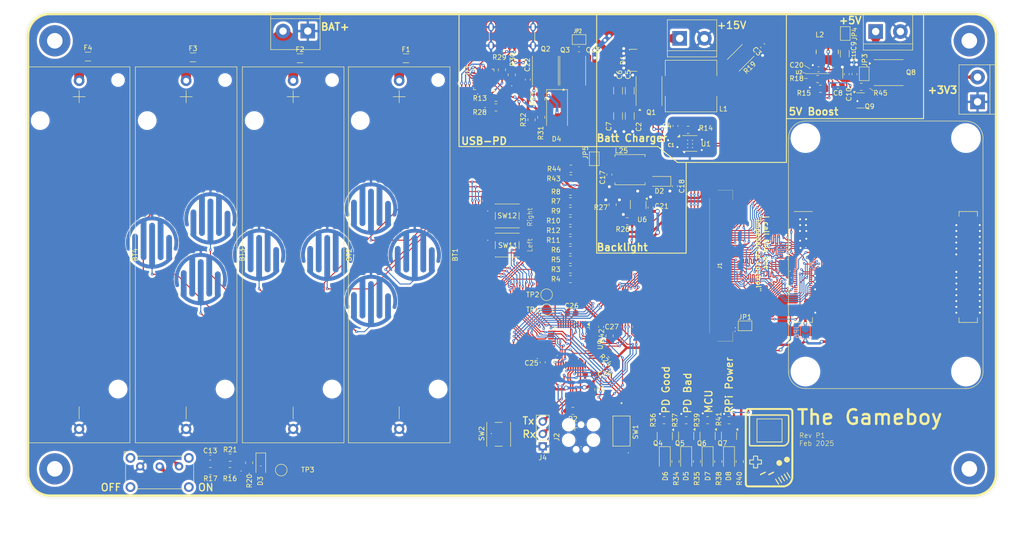
<source format=kicad_pcb>
(kicad_pcb
	(version 20240108)
	(generator "pcbnew")
	(generator_version "8.0")
	(general
		(thickness 1.6)
		(legacy_teardrops no)
	)
	(paper "A4")
	(title_block
		(title "The Gameboy")
		(rev "P1")
	)
	(layers
		(0 "F.Cu" signal)
		(31 "B.Cu" signal)
		(32 "B.Adhes" user "B.Adhesive")
		(33 "F.Adhes" user "F.Adhesive")
		(34 "B.Paste" user)
		(35 "F.Paste" user)
		(36 "B.SilkS" user "B.Silkscreen")
		(37 "F.SilkS" user "F.Silkscreen")
		(38 "B.Mask" user)
		(39 "F.Mask" user)
		(40 "Dwgs.User" user "User.Drawings")
		(41 "Cmts.User" user "User.Comments")
		(42 "Eco1.User" user "User.Eco1")
		(43 "Eco2.User" user "User.Eco2")
		(44 "Edge.Cuts" user)
		(45 "Margin" user)
		(46 "B.CrtYd" user "B.Courtyard")
		(47 "F.CrtYd" user "F.Courtyard")
		(48 "B.Fab" user)
		(49 "F.Fab" user)
		(50 "User.1" user)
		(51 "User.2" user)
		(52 "User.3" user)
		(53 "User.4" user)
		(54 "User.5" user)
		(55 "User.6" user)
		(56 "User.7" user)
		(57 "User.8" user)
		(58 "User.9" user)
	)
	(setup
		(stackup
			(layer "F.SilkS"
				(type "Top Silk Screen")
			)
			(layer "F.Paste"
				(type "Top Solder Paste")
			)
			(layer "F.Mask"
				(type "Top Solder Mask")
				(thickness 0.01)
			)
			(layer "F.Cu"
				(type "copper")
				(thickness 0.035)
			)
			(layer "dielectric 1"
				(type "core")
				(thickness 1.51)
				(material "FR4")
				(epsilon_r 4.5)
				(loss_tangent 0.02)
			)
			(layer "B.Cu"
				(type "copper")
				(thickness 0.035)
			)
			(layer "B.Mask"
				(type "Bottom Solder Mask")
				(thickness 0.01)
			)
			(layer "B.Paste"
				(type "Bottom Solder Paste")
			)
			(layer "B.SilkS"
				(type "Bottom Silk Screen")
			)
			(copper_finish "None")
			(dielectric_constraints no)
		)
		(pad_to_mask_clearance 0)
		(allow_soldermask_bridges_in_footprints yes)
		(aux_axis_origin 50 150)
		(pcbplotparams
			(layerselection 0x00010fc_ffffffff)
			(plot_on_all_layers_selection 0x0000000_00000000)
			(disableapertmacros no)
			(usegerberextensions no)
			(usegerberattributes yes)
			(usegerberadvancedattributes yes)
			(creategerberjobfile yes)
			(dashed_line_dash_ratio 12.000000)
			(dashed_line_gap_ratio 3.000000)
			(svgprecision 4)
			(plotframeref no)
			(viasonmask no)
			(mode 1)
			(useauxorigin no)
			(hpglpennumber 1)
			(hpglpenspeed 20)
			(hpglpendiameter 15.000000)
			(pdf_front_fp_property_popups yes)
			(pdf_back_fp_property_popups yes)
			(dxfpolygonmode yes)
			(dxfimperialunits yes)
			(dxfusepcbnewfont yes)
			(psnegative no)
			(psa4output no)
			(plotreference yes)
			(plotvalue yes)
			(plotfptext yes)
			(plotinvisibletext no)
			(sketchpadsonfab no)
			(subtractmaskfromsilk no)
			(outputformat 1)
			(mirror no)
			(drillshape 1)
			(scaleselection 1)
			(outputdirectory "")
		)
	)
	(net 0 "")
	(net 1 "/Rpi CM4/G1")
	(net 2 "/Rpi CM4/B0")
	(net 3 "/Rpi CM4/R5")
	(net 4 "BAT+")
	(net 5 "/Rpi CM4/VSYNC")
	(net 6 "/Rpi CM4/B3")
	(net 7 "unconnected-(J1-NC-Pad49)")
	(net 8 "unconnected-(J1-NC-Pad47)")
	(net 9 "/Rpi CM4/G0")
	(net 10 "unconnected-(J1-NC-Pad43)")
	(net 11 "/Rpi CM4/G7")
	(net 12 "/Rpi CM4/HSYNC")
	(net 13 "/Rpi CM4/B2")
	(net 14 "USB-PD-V+")
	(net 15 "/Rpi CM4/SPENB")
	(net 16 "/Rpi CM4/R2")
	(net 17 "/Rpi CM4/R0")
	(net 18 "unconnected-(J1-NC-Pad45)")
	(net 19 "unconnected-(J1-NC-Pad50)")
	(net 20 "unconnected-(J1-NC-Pad39)")
	(net 21 "/Rpi CM4/DCLK")
	(net 22 "/Rpi CM4/G2")
	(net 23 "unconnected-(J1-NC-Pad48)")
	(net 24 "/Rpi CM4/R1")
	(net 25 "/Rpi CM4/B7")
	(net 26 "/Rpi CM4/R4")
	(net 27 "/Rpi CM4/B4")
	(net 28 "/Rpi CM4/R6")
	(net 29 "Net-(C4-Pad1)")
	(net 30 "unconnected-(J1-NC-Pad44)")
	(net 31 "/Rpi CM4/G5")
	(net 32 "/Rpi CM4/B5")
	(net 33 "/Rpi CM4/RSTB")
	(net 34 "/Rpi CM4/B1")
	(net 35 "GND")
	(net 36 "/Rpi CM4/G4")
	(net 37 "unconnected-(J1-NC-Pad40)")
	(net 38 "/Rpi CM4/R3")
	(net 39 "unconnected-(J1-NC-Pad46)")
	(net 40 "/Rpi CM4/B6")
	(net 41 "unconnected-(J1-NC-Pad51)")
	(net 42 "Net-(U1-Comp)")
	(net 43 "/Rpi CM4/G6")
	(net 44 "unconnected-(J1-NC-Pad6)")
	(net 45 "/Rpi CM4/R7")
	(net 46 "unconnected-(J1-NC-Pad7)")
	(net 47 "/Rpi CM4/G3")
	(net 48 "/Rpi CM4/DEN")
	(net 49 "unconnected-(J1-NC-Pad5)")
	(net 50 "Net-(J2-SWDIO)")
	(net 51 "Net-(J2-SWCLK)")
	(net 52 "/Rpi CM4/nReset")
	(net 53 "unconnected-(J2-SWO-Pad6)")
	(net 54 "Net-(JP1-B)")
	(net 55 "Net-(U2-SW)")
	(net 56 "Net-(U2-CBST)")
	(net 57 "Net-(JP4-A)")
	(net 58 "Net-(JP3-B)")
	(net 59 "Net-(C13-Pad2)")
	(net 60 "Net-(S1-B)")
	(net 61 "DISP_LED+")
	(net 62 "Net-(D4-A)")
	(net 63 "Net-(Q2-D)")
	(net 64 "Net-(JP2-B)")
	(net 65 "RPI-3V3")
	(net 66 "SYSTEM_EN")
	(net 67 "Net-(D4-K)")
	(net 68 "Net-(D5-A)")
	(net 69 "Net-(D5-K)")
	(net 70 "Net-(D6-A)")
	(net 71 "Net-(D6-K)")
	(net 72 "Net-(D7-K)")
	(net 73 "Net-(D7-A)")
	(net 74 "Net-(D8-K)")
	(net 75 "Net-(D8-A)")
	(net 76 "MOSI")
	(net 77 "DISP_LED-")
	(net 78 "SCLK")
	(net 79 "Net-(J3-CC2)")
	(net 80 "Net-(J3-CC1)")
	(net 81 "Net-(J4-Pin_3)")
	(net 82 "Net-(J4-Pin_2)")
	(net 83 "Net-(J5-Pin_1)")
	(net 84 "5V1")
	(net 85 "Net-(U1-SENSE)")
	(net 86 "unconnected-(Module1B-HDMI1_TX0_P-Pad158)")
	(net 87 "unconnected-(Module1A-Ethernet_Pair3_P-Pad3)")
	(net 88 "unconnected-(Module1B-CAM0_C_P-Pad142)")
	(net 89 "unconnected-(Module1B-HDMI1_CEC-Pad149)")
	(net 90 "unconnected-(Module1A-SD_DAT1-Pad67)")
	(net 91 "unconnected-(Module1B-HDMI0_CLK_P-Pad188)")
	(net 92 "unconnected-(Module1B-DSI0_D1_N-Pad163)")
	(net 93 "unconnected-(Module1B-CAM0_C_N-Pad140)")
	(net 94 "unconnected-(Module1A-Ethernet_Pair2_N-Pad9)")
	(net 95 "unconnected-(Module1A-Ethernet_Pair0_P-Pad12)")
	(net 96 "unconnected-(Module1A-Ethernet_SYNC_OUT(1.8v)-Pad18)")
	(net 97 "RPI-SCL")
	(net 98 "unconnected-(Module1B-HDMI1_TX0_N-Pad160)")
	(net 99 "unconnected-(Module1B-CAM0_D0_N-Pad128)")
	(net 100 "unconnected-(Module1A-Ethernet_nLED3(3.3v)-Pad15)")
	(net 101 "unconnected-(Module1A-Ethernet_Pair1_N-Pad6)")
	(net 102 "unconnected-(Module1B-CAM0_D1_P-Pad136)")
	(net 103 "unconnected-(Module1A-SD_DAT2-Pad69)")
	(net 104 "unconnected-(Module1A-RUN_PG-Pad92)")
	(net 105 "unconnected-(Module1B-CAM0_D1_N-Pad134)")
	(net 106 "unconnected-(Module1B-PCIe_CLK_P-Pad110)")
	(net 107 "unconnected-(Module1B-PCIe_TX_N-Pad124)")
	(net 108 "unconnected-(Module1A-Ethernet_nLED2(3.3v)-Pad17)")
	(net 109 "unconnected-(Module1B-DSI0_C_N-Pad169)")
	(net 110 "unconnected-(Module1B-HDMI0_TX2_N-Pad172)")
	(net 111 "unconnected-(Module1B-HDMI1_TX2_P-Pad146)")
	(net 112 "RPI-PWR-LED")
	(net 113 "unconnected-(Module1B-HDMI1_CLK_N-Pad166)")
	(net 114 "unconnected-(Module1B-USB_OTG_ID-Pad101)")
	(net 115 "unconnected-(Module1B-HDMI0_CLK_N-Pad190)")
	(net 116 "unconnected-(Module1B-DSI1_D3_N-Pad194)")
	(net 117 "unconnected-(Module1B-HDMI0_TX0_N-Pad184)")
	(net 118 "unconnected-(Module1B-HDMI1_SDA-Pad145)")
	(net 119 "unconnected-(Module1B-DSI1_D0_P-Pad177)")
	(net 120 "unconnected-(Module1B-Reserved-Pad106)")
	(net 121 "unconnected-(Module1A-nRPIBOOT-Pad93)")
	(net 122 "unconnected-(Module1B-DSI1_C_P-Pad189)")
	(net 123 "unconnected-(Module1B-CAM1_D3_N-Pad139)")
	(net 124 "/Rpi CM4/A")
	(net 125 "/Rpi CM4/B")
	(net 126 "/Rpi CM4/X")
	(net 127 "/Rpi CM4/Y")
	(net 128 "/Rpi CM4/Up")
	(net 129 "/Rpi CM4/Down")
	(net 130 "/Rpi CM4/Left")
	(net 131 "/Rpi CM4/Right")
	(net 132 "/Rpi CM4/L")
	(net 133 "/Rpi CM4/R")
	(net 134 "unconnected-(Module1A-SD_DAT5-Pad64)")
	(net 135 "unconnected-(Module1B-CAM1_D2_P-Pad135)")
	(net 136 "unconnected-(Module1B-DSI1_D3_P-Pad196)")
	(net 137 "unconnected-(Module1A-PI_nLED_Activity-Pad21)")
	(net 138 "unconnected-(Module1A-Ethernet_Pair3_N-Pad5)")
	(net 139 "unconnected-(Module1B-~{PCIe_nRST}-Pad109)")
	(net 140 "unconnected-(U1-NC-Pad10)")
	(net 141 "unconnected-(Module1A-BT_nDisable-Pad91)")
	(net 142 "unconnected-(Module1B-PCIe_RX_N-Pad118)")
	(net 143 "unconnected-(Module1A-SD_DAT7-Pad70)")
	(net 144 "unconnected-(Module1B-PCIe_TX_P-Pad122)")
	(net 145 "unconnected-(Module1A-WiFi_nDisable-Pad89)")
	(net 146 "unconnected-(Module1A-SD_CLK-Pad57)")
	(net 147 "unconnected-(Module1A-SD_VDD_Override-Pad73)")
	(net 148 "unconnected-(Module1A-AnalogIP1-Pad94)")
	(net 149 "unconnected-(Module1B-DSI0_D0_N-Pad157)")
	(net 150 "unconnected-(Module1A-nEXTRST-Pad100)")
	(net 151 "unconnected-(Module1B-HDMI0_SDA-Pad199)")
	(net 152 "unconnected-(Module1B-HDMI0_TX0_P-Pad182)")
	(net 153 "unconnected-(Module1B-DSI0_D0_P-Pad159)")
	(net 154 "unconnected-(Module1B-DSI0_C_P-Pad171)")
	(net 155 "unconnected-(Module1B-CAM1_C_P-Pad129)")
	(net 156 "unconnected-(Module1B-HDMI1_TX2_N-Pad148)")
	(net 157 "unconnected-(Module1A-+5v_(Input)-Pad77)")
	(net 158 "unconnected-(Module1A-AnalogIP0-Pad96)")
	(net 159 "unconnected-(Module1A-Ethernet_nLED1(3.3v)-Pad19)")
	(net 160 "unconnected-(Module1A-SD_PWR_ON-Pad75)")
	(net 161 "unconnected-(Module1A-Ethernet_Pair2_P-Pad11)")
	(net 162 "unconnected-(Module1B-HDMI1_SCL-Pad147)")
	(net 163 "unconnected-(Module1B-DSI1_D2_P-Pad195)")
	(net 164 "unconnected-(Module1B-CAM1_C_N-Pad127)")
	(net 165 "unconnected-(Module1B-DSI1_C_N-Pad187)")
	(net 166 "unconnected-(Module1A-EEPROM_nWP-Pad20)")
	(net 167 "unconnected-(Module1B-HDMI1_TX1_P-Pad152)")
	(net 168 "unconnected-(Module1A-Ethernet_Pair0_N-Pad10)")
	(net 169 "unconnected-(Module1B-HDMI0_TX2_P-Pad170)")
	(net 170 "unconnected-(Module1B-DSI1_D1_N-Pad181)")
	(net 171 "unconnected-(Module1A-SD_DAT0-Pad63)")
	(net 172 "unconnected-(Module1A-Ethernet_SYNC_IN(1.8v)-Pad16)")
	(net 173 "unconnected-(Module1B-PCIe_RX_P-Pad116)")
	(net 174 "unconnected-(Module1B-HDMI0_TX1_P-Pad176)")
	(net 175 "unconnected-(Module1A-+1.8v_(Output)-Pad88)")
	(net 176 "unconnected-(Module1A-SD_DAT3-Pad61)")
	(net 177 "RPI-SDA")
	(net 178 "unconnected-(Module1B-Reserved-Pad104)")
	(net 179 "unconnected-(Module1B-DSI1_D1_P-Pad183)")
	(net 180 "unconnected-(Module1A-SD_DAT4-Pad68)")
	(net 181 "unconnected-(Module1B-DSI1_D0_N-Pad175)")
	(net 182 "unconnected-(Module1A-+1.8v_(Output)-Pad90)")
	(net 183 "unconnected-(Module1A-SD_DAT6-Pad72)")
	(net 184 "unconnected-(Module1A-Ethernet_Pair1_P-Pad4)")
	(net 185 "unconnected-(Module1A-Camera_GPIO-Pad97)")
	(net 186 "unconnected-(Module1B-CAM1_D1_P-Pad123)")
	(net 187 "unconnected-(Module1B-DSI1_D2_N-Pad193)")
	(net 188 "unconnected-(Module1B-HDMI0_SCL-Pad200)")
	(net 189 "unconnected-(Module1B-HDMI0_HOTPLUG-Pad153)")
	(net 190 "unconnected-(Module1B-HDMI1_HOTPLUG-Pad143)")
	(net 191 "unconnected-(Module1B-CAM1_D0_N-Pad115)")
	(net 192 "unconnected-(Module1B-VDAC_COMP-Pad111)")
	(net 193 "unconnected-(Module1A-SD_CMD-Pad62)")
	(net 194 "unconnected-(Module1B-HDMI0_CEC-Pad151)")
	(net 195 "unconnected-(Module1B-HDMI1_CLK_P-Pad164)")
	(net 196 "unconnected-(Module1B-HDMI0_TX1_N-Pad178)")
	(net 197 "unconnected-(Module1B-USB_N-Pad103)")
	(net 198 "unconnected-(Module1B-HDMI1_TX1_N-Pad154)")
	(net 199 "unconnected-(Module1B-CAM0_D0_P-Pad130)")
	(net 200 "unconnected-(Module1B-~{PCIe_CLK_nREQ}-Pad102)")
	(net 201 "unconnected-(Module1B-USB_P-Pad105)")
	(net 202 "unconnected-(Module1B-DSI0_D1_P-Pad165)")
	(net 203 "unconnected-(Module1A-Reserved-Pad76)")
	(net 204 "unconnected-(Module1B-CAM1_D2_N-Pad133)")
	(net 205 "unconnected-(Module1B-CAM1_D1_N-Pad121)")
	(net 206 "unconnected-(Module1B-PCIe_CLK_N-Pad112)")
	(net 207 "unconnected-(Module1B-CAM1_D3_P-Pad141)")
	(net 208 "unconnected-(Module1B-CAM1_D0_P-Pad117)")
	(net 209 "unconnected-(Module1A-Global_EN-Pad99)")
	(net 210 "Net-(Q1-G)")
	(net 211 "PD-GoodLED")
	(net 212 "PD-BadLED")
	(net 213 "MCU-PWRLED")
	(net 214 "Net-(U9-BOOT0)")
	(net 215 "Net-(U3-VDDD)")
	(net 216 "Net-(U3-VBUS_MAX)")
	(net 217 "Net-(U2-FB)")
	(net 218 "BAT_SENS")
	(net 219 "DISP_PWM")
	(net 220 "Net-(U3-ISNK_COARSE)")
	(net 221 "Net-(U3-VBUS_FET_EN)")
	(net 222 "PD-SDA")
	(net 223 "PD-SCL")
	(net 224 "unconnected-(U3-NC-Pad21)")
	(net 225 "unconnected-(U3-SAFE_PWR_EN-Pad4)")
	(net 226 "unconnected-(U3-FLIP-Pad10)")
	(net 227 "unconnected-(U3-NC-Pad20)")
	(net 228 "PD-FAULT")
	(net 229 "unconnected-(U3-GND-Pad22)")
	(net 230 "unconnected-(U3-NC-Pad17)")
	(net 231 "unconnected-(U3-~{HPI_INT}-Pad7)")
	(net 232 "unconnected-(U3-GPIO_1-Pad8)")
	(net 233 "unconnected-(U3-GND-Pad25)")
	(net 234 "unconnected-(U3-VCCD-Pad24)")
	(net 235 "unconnected-(U3-NC-Pad16)")
	(net 236 "unconnected-(U9-PB15-Pad28)")
	(net 237 "unconnected-(U9-PC13-Pad2)")
	(net 238 "Net-(U9-PA1)")
	(net 239 "unconnected-(U9-PC15-Pad4)")
	(net 240 "unconnected-(U9-PD0-Pad5)")
	(net 241 "unconnected-(U9-PC14-Pad3)")
	(net 242 "unconnected-(U9-PD1-Pad6)")
	(net 243 "unconnected-(U9-PB14-Pad27)")
	(net 244 "RPI_EN")
	(net 245 "Net-(U9-PA2)")
	(net 246 "Net-(Q8-G)")
	(net 247 "Net-(Q1-D)")
	(net 248 "Net-(D2-A)")
	(net 249 "Net-(JP5-A)")
	(net 250 "Net-(JP6-A)")
	(net 251 "Net-(BT1-+)")
	(net 252 "Net-(BT2-+)")
	(net 253 "Net-(BT3-+)")
	(net 254 "Net-(BT4-+)")
	(net 255 "GNDA")
	(footprint "TerminalBlock:TerminalBlock_bornier-2_P5.08mm" (layer "F.Cu") (at 224.75 54.1))
	(footprint "Resistor_SMD:R_0805_2012Metric_Pad1.20x1.40mm_HandSolder" (layer "F.Cu") (at 196.8 142.5 -90))
	(footprint "Resistor_SMD:R_0805_2012Metric_Pad1.20x1.40mm_HandSolder" (layer "F.Cu") (at 154 72.239 -90))
	(footprint "TerminalBlock:TerminalBlock_bornier-2_P5.08mm" (layer "F.Cu") (at 245.7 68.55 90))
	(footprint "Resistor_SMD:R_0805_2012Metric_Pad1.20x1.40mm_HandSolder" (layer "F.Cu") (at 162 97 180))
	(footprint "Resistor_SMD:R_0805_2012Metric_Pad1.20x1.40mm_HandSolder" (layer "F.Cu") (at 162 99 180))
	(footprint "Connector:Tag-Connect_TC2030-IDC-FP_2x03_P1.27mm_Vertical" (layer "F.Cu") (at 164.184 137.46 -90))
	(footprint "Jumper:SolderJumper-2_P1.3mm_Open_TrianglePad1.0x1.5mm" (layer "F.Cu") (at 197.9 114.6))
	(footprint "Jumper:SolderJumper-2_P1.3mm_Open_TrianglePad1.0x1.5mm" (layer "F.Cu") (at 166.9 80.25 90))
	(footprint "Resistor_SMD:R_0805_2012Metric_Pad1.20x1.40mm_HandSolder" (layer "F.Cu") (at 162 101 180))
	(footprint "Resistor_SMD:R_0805_2012Metric_Pad1.20x1.40mm_HandSolder" (layer "F.Cu") (at 92.05 141.7))
	(footprint "Package_TO_SOT_SMD:SOT-23-3" (layer "F.Cu") (at 221.6625 68.26))
	(footprint "Resistor_SMD:R_0805_2012Metric_Pad1.20x1.40mm_HandSolder" (layer "F.Cu") (at 188 142.5 -90))
	(footprint "Capacitor_SMD:C_1206_3216Metric_Pad1.33x1.80mm_HandSolder" (layer "F.Cu") (at 171.8 66.2625 90))
	(footprint "Fuse:Fuse_1206_3216Metric" (layer "F.Cu") (at 84.4 59.4))
	(footprint "TestPoint:TestPoint_Pad_D2.0mm" (layer "F.Cu") (at 157.1 111.3 -90))
	(footprint "Diode_SMD:D_1206_3216Metric_Pad1.42x1.75mm_HandSolder" (layer "F.Cu") (at 181.4 141.9 -90))
	(footprint "Resistor_SMD:R_0805_2012Metric_Pad1.20x1.40mm_HandSolder" (layer "F.Cu") (at 147.94 61.954 90))
	(footprint "Resistor_SMD:R_0805_2012Metric_Pad1.20x1.40mm_HandSolder" (layer "F.Cu") (at 181.25 134 180))
	(footprint "Inductor_SMD:L_Bourns_SRN6045TA" (layer "F.Cu") (at 174.25 82.5))
	(footprint "Capacitor_SMD:C_1206_3216Metric_Pad1.33x1.80mm_HandSolder" (layer "F.Cu") (at 218.4 58.66 90))
	(footprint "Fuse:Fuse_1206_3216Metric" (layer "F.Cu") (at 128.2 59.6))
	(footprint "000-Footprints:Texas_RNS0007A_VQFN_2x2mm" (layer "F.Cu") (at 216.76 62.71 90))
	(footprint "Capacitor_SMD:C_0603_1608Metric_Pad1.08x0.95mm_HandSolder" (layer "F.Cu") (at 153.25 63.989 -90))
	(footprint "LOGO" (layer "F.Cu") (at 202.84 139.64))
	(footprint "Resistor_SMD:R_0805_2012Metric_Pad1.20x1.40mm_HandSolder" (layer "F.Cu") (at 185.8 134 180))
	(footprint "Capacitor_SMD:C_0603_1608Metric_Pad1.08x0.95mm_HandSolder" (layer "F.Cu") (at 220.4 62.86 90))
	(footprint "Resistor_SMD:R_0805_2012Metric_Pad1.20x1.40mm_HandSolder" (layer "F.Cu") (at 212.8 63.86))
	(footprint "Capacitor_SMD:C_0603_1608Metric_Pad1.08x0.95mm_HandSolder" (layer "F.Cu") (at 156.3 122.1 90))
	(footprint "Jumper:SolderJumper-2_P1.3mm_Open_TrianglePad1.0x1.5mm"
		(layer "F.Cu")
		(uuid "3b5acd75-483a-44eb-9800-2297e2be246c")
		(at 222.4 62.785 -90)
		(descr "SMD Solder Jumper, 1x1.5mm Triangular Pads, 0.3mm gap, open")
		(tags "solder jumper open")
		(property "Reference" "JP3"
			(at -2.785 -0.1 90)
			(layer "F.SilkS")
			(uuid "4873f451-5174-4fd9-97cc-732157ee2353")
			(effects
				(font
					(size 1 1)
					(thickness 0.15)
				)
			)
		)
		(property "Value" "Jumper_2_Bridged"
			(at 0 1.9 90)
			(layer "F.Fab")
			(uuid "b2b1d698-8d31-476d-b5d5-1bfd9f7be202")
			(effects
				(font
					(size 1 1)
					(thickness 0.15)
				)
			)
		)
		(property "Footprint" "Jumper:SolderJumper-2_P1.3mm_Open_TrianglePad1.0x1.5mm"
			(at 0 0 -90)
			(unlocked yes)
			(layer "F.Fab")
			(hide yes)
			(uuid "b1229ba6-d8a3-4094-9a23-46c8ad19e2ce")
			(effects
				(font
					(size 1.27 1.27)
					(thickness 0.15)
				)
			)
		)
		(property "Datasheet" ""
			(at 0 0 -90)
			(unlocked yes)
			(layer "F.Fab")
			(hide yes)
			(uuid "3a8c6c9a-3a42-4ef9-8c33-191d2c141ce6")
			(effects
				(font
					(size 1.27 1.27)
					(thickness 0.15)
				)
			)
		)
		(property "Description" "Jumper, 2-pole, closed/bridged"
			(at 0 0 -90)
			(unlocked yes)
			(layer "F.Fab")
			(hide yes)
			(uuid "697faefb-36f3-4efe-ab11-baefd46aa546")
			(effects
				(font
					(size 1.27 1.27)
					(thickness 0.15)
				)
			)
		)
		(property ki_fp_filters "Jumper* TestPoint*2Pads* TestPoint*Bridge*")
		(path "/fda06078-0a94-4e9a-bf3f-1023a13d29be/8642e077-7bb2-43c6-a95c-6707f723e78b")
		(sheetname "Power Management")
		(sheetfile "Power.kicad_sch")
		(zone_connect 1)
		(attr exclude_from_pos_files)
		(fp_line
			(start -1.4 1)
			(end -1.4 -1)
			(stroke
				(width 0.12)
				(type solid)
			)
			(layer "F.SilkS")
			(uuid "fa7633ad-98bb-4332-aaf4-20c25df0a458")
		)
		(fp_line
			(start 1.4 1)
			(end -1.4 1)
			(stroke
				(width 0.12)
				(type solid)
			)
			(layer "F.SilkS")
			(uuid "e9feee40-1c35-492c-a31a-2778a54e9443")
		)
		(fp_line
			(start -1.4 -1)
			(end 1.4 -1)
			(stroke
				(width 0.12)
				(type solid)
			)
			(layer "F.SilkS")
			(uuid "964120ba-5259-4145-a4ac-b284ddfaeb3c")
		)
		(fp_line
			(start 1.4 -1)
			(end 1.4 1)
			(stroke
				(width 0.12)
				(type solid)
			)
			(layer "F.SilkS")
			(uuid "a51c5284-2ab3-404b-9138-4a615eff4e6e")
		)
		(fp_line
			(start 1.65 1.25)
			(end -1.65 1.25)
			(stroke
				(width 0.05)
				(type solid)
			)
			(layer "F.CrtYd")
			(uuid "5cdcf1c2-a9e7-47f6-89d6-4e45f5ab970e")
		)
		(fp_line
			(start 1.65 1.25)
			(end 1.65 -1.25)
			(stroke
				(width 0.05)
				(type solid)
			)
			(layer "F.CrtYd")
			(uuid "5dc6c16f-93ad-4746-ab01-bc1e76ad77f1")
		)
		(fp_line
			(start -1.65 -1.25)
			(end -1.65 1.25)
			(stroke
				(width 0.05)
				(type solid)
			)
			(layer "F.CrtYd")
			(uuid "738eb6df-819a-4126-919
... [3142233 chars truncated]
</source>
